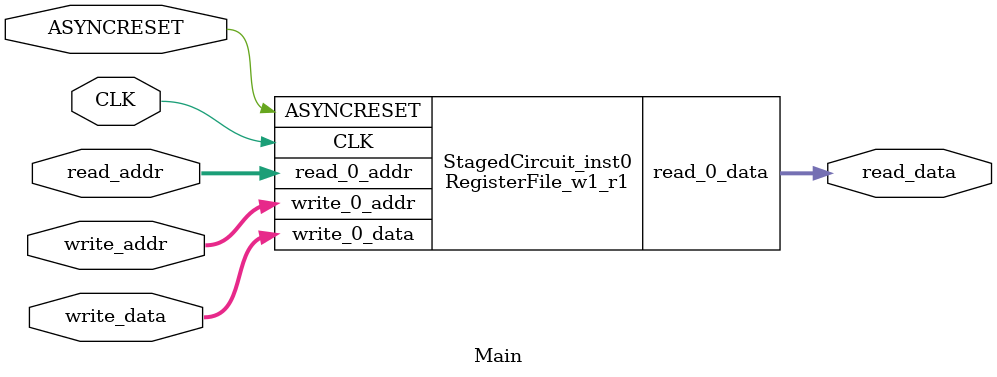
<source format=v>
module coreir_reg_arst #(
    parameter width = 1,
    parameter arst_posedge = 1,
    parameter clk_posedge = 1,
    parameter init = 1
) (
    input clk,
    input arst,
    input [width-1:0] in,
    output [width-1:0] out
);
  reg [width-1:0] outReg;
  wire real_rst;
  assign real_rst = arst_posedge ? arst : ~arst;
  wire real_clk;
  assign real_clk = clk_posedge ? clk : ~clk;
  always @(posedge real_clk, posedge real_rst) begin
    if (real_rst) outReg <= init;
    else outReg <= in;
  end
  assign out = outReg;
endmodule

module commonlib_muxn__N2__width4 (
    input [3:0] in_data_0,
    input [3:0] in_data_1,
    input [0:0] in_sel,
    output [3:0] out
);
assign out = in_sel[0] ? in_data_1 : in_data_0;
endmodule

module commonlib_muxn__N4__width4 (
    input [3:0] in_data_0,
    input [3:0] in_data_1,
    input [3:0] in_data_2,
    input [3:0] in_data_3,
    input [1:0] in_sel,
    output [3:0] out
);
wire [3:0] muxN_0_out;
wire [3:0] muxN_1_out;
commonlib_muxn__N2__width4 muxN_0 (
    .in_data_0(in_data_0),
    .in_data_1(in_data_1),
    .in_sel(in_sel[1 - 1:0]),
    .out(muxN_0_out)
);
commonlib_muxn__N2__width4 muxN_1 (
    .in_data_0(in_data_2),
    .in_data_1(in_data_3),
    .in_sel(in_sel[1 - 1:0]),
    .out(muxN_1_out)
);
assign out = in_sel[1] ? muxN_1_out : muxN_0_out;
endmodule

module Mux_unq1 (
    input [3:0] I0,
    input [3:0] I1,
    input [0:0] S,
    output [3:0] O
);
commonlib_muxn__N2__width4 coreir_commonlib_mux2x4_inst0 (
    .in_data_0(I0),
    .in_data_1(I1),
    .in_sel(S),
    .out(O)
);
endmodule

module Mux (
    input [3:0] I0,
    input [3:0] I1,
    input [3:0] I2,
    input [3:0] I3,
    input [1:0] S,
    output [3:0] O
);
commonlib_muxn__N4__width4 coreir_commonlib_mux4x4_inst0 (
    .in_data_0(I0),
    .in_data_1(I1),
    .in_data_2(I2),
    .in_data_3(I3),
    .in_sel(S),
    .out(O)
);
endmodule

module RegisterFile_w1_r1 (
    input ASYNCRESET,
    input CLK,
    input [1:0] read_0_addr,
    output [3:0] read_0_data,
    input [1:0] write_0_addr,
    input [3:0] write_0_data
);
wire [3:0] Mux_inst0_O;
wire [3:0] Mux_inst1_O;
wire [3:0] Mux_inst2_O;
wire [3:0] Mux_inst3_O;
wire [3:0] Mux_inst4_O;
wire [3:0] reg_PR_inst0_out;
wire [3:0] reg_PR_inst1_out;
wire [3:0] reg_PR_inst2_out;
wire [3:0] reg_PR_inst3_out;
Mux Mux_inst0 (
    .I0(reg_PR_inst0_out),
    .I1(reg_PR_inst1_out),
    .I2(reg_PR_inst2_out),
    .I3(reg_PR_inst3_out),
    .S(read_0_addr),
    .O(Mux_inst0_O)
);
Mux_unq1 Mux_inst1 (
    .I0(reg_PR_inst0_out),
    .I1(write_0_data),
    .S(write_0_addr == 2'h0),
    .O(Mux_inst1_O)
);
Mux_unq1 Mux_inst2 (
    .I0(reg_PR_inst1_out),
    .I1(write_0_data),
    .S(write_0_addr == 2'h1),
    .O(Mux_inst2_O)
);
Mux_unq1 Mux_inst3 (
    .I0(reg_PR_inst2_out),
    .I1(write_0_data),
    .S(write_0_addr == 2'h2),
    .O(Mux_inst3_O)
);
Mux_unq1 Mux_inst4 (
    .I0(reg_PR_inst3_out),
    .I1(write_0_data),
    .S(write_0_addr == 2'h3),
    .O(Mux_inst4_O)
);
Mux_unq1 Mux_inst5 (
    .I0(Mux_inst0_O),
    .I1(write_0_data),
    .S(write_0_addr == read_0_addr),
    .O(read_0_data)
);
coreir_reg_arst #(
    .arst_posedge(1'b1),
    .clk_posedge(1'b1),
    .init(4'h0),
    .width(4)
) reg_PR_inst0 (
    .clk(CLK),
    .arst(ASYNCRESET),
    .in(Mux_inst1_O),
    .out(reg_PR_inst0_out)
);
coreir_reg_arst #(
    .arst_posedge(1'b1),
    .clk_posedge(1'b1),
    .init(4'h0),
    .width(4)
) reg_PR_inst1 (
    .clk(CLK),
    .arst(ASYNCRESET),
    .in(Mux_inst2_O),
    .out(reg_PR_inst1_out)
);
coreir_reg_arst #(
    .arst_posedge(1'b1),
    .clk_posedge(1'b1),
    .init(4'h0),
    .width(4)
) reg_PR_inst2 (
    .clk(CLK),
    .arst(ASYNCRESET),
    .in(Mux_inst3_O),
    .out(reg_PR_inst2_out)
);
coreir_reg_arst #(
    .arst_posedge(1'b1),
    .clk_posedge(1'b1),
    .init(4'h0),
    .width(4)
) reg_PR_inst3 (
    .clk(CLK),
    .arst(ASYNCRESET),
    .in(Mux_inst4_O),
    .out(reg_PR_inst3_out)
);
endmodule

module Main (
    input [1:0] write_addr,
    input [3:0] write_data,
    input [1:0] read_addr,
    output [3:0] read_data,
    input CLK,
    input ASYNCRESET
);
RegisterFile_w1_r1 StagedCircuit_inst0 (
    .ASYNCRESET(ASYNCRESET),
    .CLK(CLK),
    .read_0_addr(read_addr),
    .read_0_data(read_data),
    .write_0_addr(write_addr),
    .write_0_data(write_data)
);
endmodule


</source>
